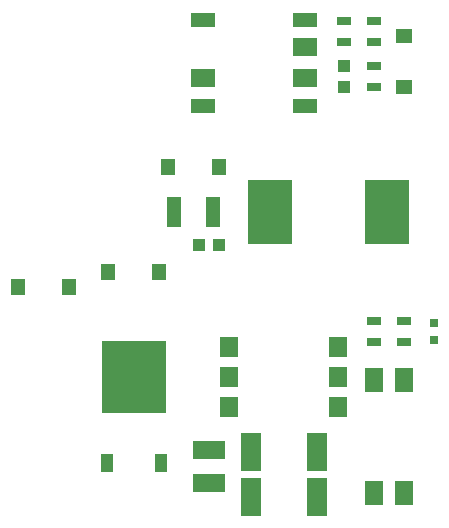
<source format=gtp>
G75*
G70*
%OFA0B0*%
%FSLAX24Y24*%
%IPPOS*%
%LPD*%
%AMOC8*
5,1,8,0,0,1.08239X$1,22.5*
%
%ADD10R,0.0433X0.0394*%
%ADD11R,0.0500X0.0579*%
%ADD12R,0.0800X0.0460*%
%ADD13R,0.0800X0.0600*%
%ADD14R,0.0394X0.0433*%
%ADD15R,0.0472X0.0315*%
%ADD16R,0.0579X0.0500*%
%ADD17R,0.0472X0.0984*%
%ADD18R,0.0709X0.1260*%
%ADD19R,0.0598X0.0701*%
%ADD20R,0.0315X0.0315*%
%ADD21R,0.0630X0.0787*%
%ADD22R,0.1063X0.0630*%
%ADD23R,0.1516X0.2165*%
%ADD24R,0.2126X0.2441*%
%ADD25R,0.0394X0.0630*%
D10*
X006815Y010550D03*
X007485Y010550D03*
D11*
X005496Y009650D03*
X003804Y009650D03*
X002496Y009150D03*
X000804Y009150D03*
X005804Y013150D03*
X007496Y013150D03*
D12*
X006950Y015182D03*
X006950Y018042D03*
X010350Y018042D03*
X010350Y015182D03*
D13*
X010350Y016110D03*
X010350Y017120D03*
X006950Y016110D03*
D14*
X011650Y015815D03*
X011650Y016485D03*
D15*
X011650Y017296D03*
X011650Y018004D03*
X012650Y018004D03*
X012650Y017296D03*
X012650Y016504D03*
X012650Y015796D03*
X012650Y008004D03*
X012650Y007296D03*
X013650Y007296D03*
X013650Y008004D03*
D16*
X013650Y015804D03*
X013650Y017496D03*
D17*
X007300Y011650D03*
X006000Y011650D03*
D18*
X008548Y003650D03*
X008548Y002150D03*
X010752Y002150D03*
X010752Y003650D03*
D19*
X011479Y005150D03*
X011479Y006150D03*
X011479Y007150D03*
X007821Y007150D03*
X007821Y006150D03*
X007821Y005150D03*
D20*
X014650Y007355D03*
X014650Y007945D03*
D21*
X013650Y006028D03*
X012650Y006028D03*
X012650Y002272D03*
X013650Y002272D03*
D22*
X007150Y002599D03*
X007150Y003701D03*
D23*
X009191Y011650D03*
X013109Y011650D03*
D24*
X004650Y006134D03*
D25*
X003752Y003260D03*
X005548Y003260D03*
M02*

</source>
